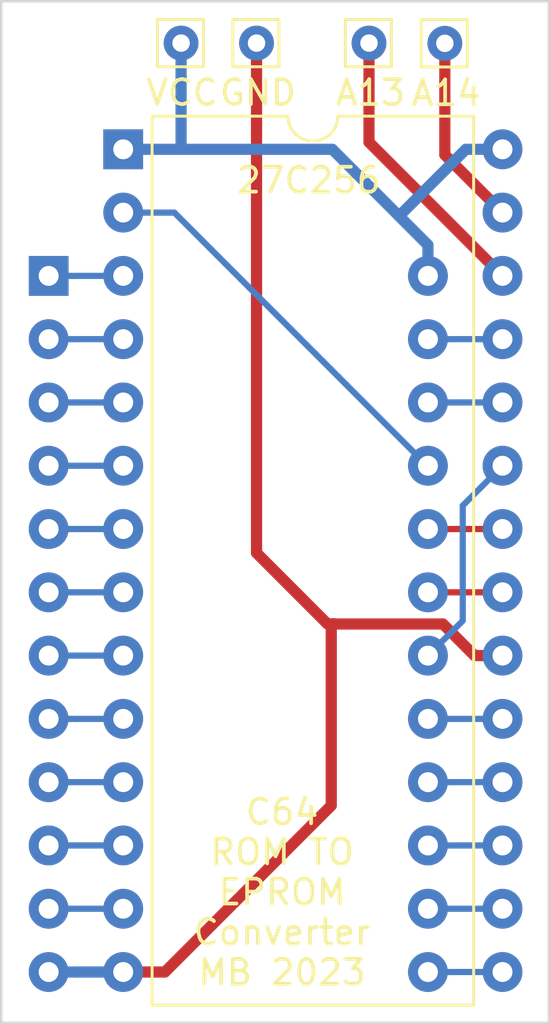
<source format=kicad_pcb>
(kicad_pcb (version 20221018) (generator pcbnew)
  (layers (0 "F.Cu" signal) (31 "B.Cu" signal) (34 "B.Paste" user) (35 "F.Paste" user) (36 "B.SilkS" user "B.Silkscreen") (37 "F.SilkS" user "F.Silkscreen") (38 "B.Mask" user) (39 "F.Mask" user) (44 "Edge.Cuts" user))
  (net 0 "")
  (net 1 "Net-(A13-Pin_1)")
  (net 2 "Net-(GND1-Pin_1)")
  (net 3 "Net-(A14-Pin_1)")
  (net 4 "Net-(S1-A7)")
  (net 5 "Net-(S1-A6)")
  (net 6 "Net-(S1-A5)")
  (net 7 "Net-(S1-A4)")
  (net 8 "Net-(S1-A3)")
  (net 9 "Net-(S1-A2)")
  (net 10 "Net-(S1-A1)")
  (net 11 "Net-(S1-A0)")
  (net 12 "Net-(S1-D0)")
  (net 13 "Net-(S1-D1)")
  (net 14 "Net-(S1-D2)")
  (net 15 "Net-(S1-D3)")
  (net 16 "Net-(S1-D4)")
  (net 17 "Net-(S1-D5)")
  (net 18 "Net-(S1-D6)")
  (net 19 "Net-(S1-D7)")
  (net 20 "Net-(S1-A11)")
  (net 21 "Net-(S1-A10)")
  (net 22 "Net-(S1-~{CE})")
  (net 23 "Net-(S1-A12)")
  (net 24 "Net-(S1-A9)")
  (net 25 "Net-(S1-A8)")
  (net 26 "Net-(S1-VCC)")
  (footprint "Connector_Pin:Pin_D0.7mm_L6.5mm_W1.8mm_FlatFork" (layer "F.Cu") (at 88.3387 37.243)
    (fp_text reference "A14" (at 0.058047 1.991157) (layer "F.SilkS"))
    (fp_text value "A14 S/W" hide)
    (fp_line (start -0.95 -0.95) (end -0.95 0.95) (stroke (width 0.12)) (layer "F.SilkS"))
    (fp_line (start -0.95 0.95) (end 0.9 0.95) (stroke (width 0.12)) (layer "F.SilkS"))
    (fp_line (start 0.9 -0.95) (end -0.95 -0.95) (stroke (width 0.12)) (layer "F.SilkS"))
    (fp_line (start 0.9 -0.9) (end 0.9 -0.95) (stroke (width 0.12)) (layer "F.SilkS"))
    (fp_line (start 0.9 0.95) (end 0.9 -0.9) (stroke (width 0.12)) (layer "F.SilkS"))
    (pad "1" thru_hole circle (at 0 0) (size 1.4 1.4) (drill 0.7) (layers "*.Cu" "*.Mask") (net 3 "Net-(A14-Pin_1)"))
  )
  (footprint "Connector_Pin:Pin_D0.7mm_L6.5mm_W1.8mm_FlatFork" (layer "F.Cu") (at 80.7727 37.2339)
    (fp_text reference "GND1" hide)
    (fp_text value "GND" (at 0.058047 1.991157) (layer "F.SilkS"))
    (fp_line (start -0.95 -0.95) (end -0.95 0.95) (stroke (width 0.12)) (layer "F.SilkS"))
    (fp_line (start -0.95 0.95) (end 0.9 0.95) (stroke (width 0.12)) (layer "F.SilkS"))
    (fp_line (start 0.9 -0.95) (end -0.95 -0.95) (stroke (width 0.12)) (layer "F.SilkS"))
    (fp_line (start 0.9 -0.9) (end 0.9 -0.95) (stroke (width 0.12)) (layer "F.SilkS"))
    (fp_line (start 0.9 0.95) (end 0.9 -0.9) (stroke (width 0.12)) (layer "F.SilkS"))
    (pad "1" thru_hole circle (at 0 0) (size 1.4 1.4) (drill 0.7) (layers "*.Cu" "*.Mask") (net 2 "Net-(GND1-Pin_1)"))
  )
  (footprint "Package_DIP:DIP-24_W15.24mm" (layer "F.Cu") (at 72.4196 46.5778)
    (fp_text reference "S1" hide)
    (fp_text value "8K ROM" hide)
    (pad "1" thru_hole rect (at 0 0) (size 1.6 1.6) (drill 0.8) (layers "*.Cu" "*.Mask") (net 4 "Net-(S1-A7)"))
    (pad "2" thru_hole oval (at 0 2.54) (size 1.6 1.6) (drill 0.8) (layers "*.Cu" "*.Mask") (net 5 "Net-(S1-A6)"))
    (pad "3" thru_hole oval (at 0 5.08) (size 1.6 1.6) (drill 0.8) (layers "*.Cu" "*.Mask") (net 6 "Net-(S1-A5)"))
    (pad "4" thru_hole oval (at 0 7.62) (size 1.6 1.6) (drill 0.8) (layers "*.Cu" "*.Mask") (net 7 "Net-(S1-A4)"))
    (pad "5" thru_hole oval (at 0 10.16) (size 1.6 1.6) (drill 0.8) (layers "*.Cu" "*.Mask") (net 8 "Net-(S1-A3)"))
    (pad "6" thru_hole oval (at 0 12.7) (size 1.6 1.6) (drill 0.8) (layers "*.Cu" "*.Mask") (net 9 "Net-(S1-A2)"))
    (pad "7" thru_hole oval (at 0 15.24) (size 1.6 1.6) (drill 0.8) (layers "*.Cu" "*.Mask") (net 10 "Net-(S1-A1)"))
    (pad "8" thru_hole oval (at 0 17.78) (size 1.6 1.6) (drill 0.8) (layers "*.Cu" "*.Mask") (net 11 "Net-(S1-A0)"))
    (pad "9" thru_hole oval (at 0 20.32) (size 1.6 1.6) (drill 0.8) (layers "*.Cu" "*.Mask") (net 12 "Net-(S1-D0)"))
    (pad "10" thru_hole oval (at 0 22.86) (size 1.6 1.6) (drill 0.8) (layers "*.Cu" "*.Mask") (net 13 "Net-(S1-D1)"))
    (pad "11" thru_hole oval (at 0 25.4) (size 1.6 1.6) (drill 0.8) (layers "*.Cu" "*.Mask") (net 14 "Net-(S1-D2)"))
    (pad "12" thru_hole oval (at 0 27.94) (size 1.6 1.6) (drill 0.8) (layers "*.Cu" "*.Mask") (net 2 "Net-(GND1-Pin_1)"))
    (pad "13" thru_hole oval (at 15.24 27.94) (size 1.6 1.6) (drill 0.8) (layers "*.Cu" "*.Mask") (net 15 "Net-(S1-D3)"))
    (pad "14" thru_hole oval (at 15.24 25.4) (size 1.6 1.6) (drill 0.8) (layers "*.Cu" "*.Mask") (net 16 "Net-(S1-D4)"))
    (pad "15" thru_hole oval (at 15.24 22.86) (size 1.6 1.6) (drill 0.8) (layers "*.Cu" "*.Mask") (net 17 "Net-(S1-D5)"))
    (pad "16" thru_hole oval (at 15.24 20.32) (size 1.6 1.6) (drill 0.8) (layers "*.Cu" "*.Mask") (net 18 "Net-(S1-D6)"))
    (pad "17" thru_hole oval (at 15.24 17.78) (size 1.6 1.6) (drill 0.8) (layers "*.Cu" "*.Mask") (net 19 "Net-(S1-D7)"))
    (pad "18" thru_hole oval (at 15.24 15.24) (size 1.6 1.6) (drill 0.8) (layers "*.Cu" "*.Mask") (net 20 "Net-(S1-A11)"))
    (pad "19" thru_hole oval (at 15.24 12.7) (size 1.6 1.6) (drill 0.8) (layers "*.Cu" "*.Mask") (net 21 "Net-(S1-A10)"))
    (pad "20" thru_hole oval (at 15.24 10.16) (size 1.6 1.6) (drill 0.8) (layers "*.Cu" "*.Mask") (net 22 "Net-(S1-~{CE})"))
    (pad "21" thru_hole oval (at 15.24 7.62) (size 1.6 1.6) (drill 0.8) (layers "*.Cu" "*.Mask") (net 23 "Net-(S1-A12)"))
    (pad "22" thru_hole oval (at 15.24 5.08) (size 1.6 1.6) (drill 0.8) (layers "*.Cu" "*.Mask") (net 24 "Net-(S1-A9)"))
    (pad "23" thru_hole oval (at 15.24 2.54) (size 1.6 1.6) (drill 0.8) (layers "*.Cu" "*.Mask") (net 25 "Net-(S1-A8)"))
    (pad "24" thru_hole oval (at 15.24 0) (size 1.6 1.6) (drill 0.8) (layers "*.Cu" "*.Mask") (net 26 "Net-(S1-VCC)"))
  )
  (footprint "Connector_Pin:Pin_D0.7mm_L6.5mm_W1.8mm_FlatFork" (layer "F.Cu") (at 85.2916 37.2339)
    (fp_text reference "A13" (at 0.058047 1.991157) (layer "F.SilkS"))
    (fp_text value "A13 S/W" hide)
    (fp_line (start -0.95 -0.95) (end -0.95 0.95) (stroke (width 0.12)) (layer "F.SilkS"))
    (fp_line (start -0.95 0.95) (end 0.9 0.95) (stroke (width 0.12)) (layer "F.SilkS"))
    (fp_line (start 0.9 -0.95) (end -0.95 -0.95) (stroke (width 0.12)) (layer "F.SilkS"))
    (fp_line (start 0.9 -0.9) (end 0.9 -0.95) (stroke (width 0.12)) (layer "F.SilkS"))
    (fp_line (start 0.9 0.95) (end 0.9 -0.9) (stroke (width 0.12)) (layer "F.SilkS"))
    (pad "1" thru_hole circle (at 0 0) (size 1.4 1.4) (drill 0.7) (layers "*.Cu" "*.Mask") (net 1 "Net-(A13-Pin_1)"))
  )
  (footprint "Connector_Pin:Pin_D0.7mm_L6.5mm_W1.8mm_FlatFork" (layer "F.Cu") (at 77.7413 37.2339)
    (fp_text reference "VCC1" hide)
    (fp_text value "VCC" (at 0.039618 1.991157) (layer "F.SilkS"))
    (fp_line (start -0.95 -0.95) (end -0.95 0.95) (stroke (width 0.12)) (layer "F.SilkS"))
    (fp_line (start -0.95 0.95) (end 0.9 0.95) (stroke (width 0.12)) (layer "F.SilkS"))
    (fp_line (start 0.9 -0.95) (end -0.95 -0.95) (stroke (width 0.12)) (layer "F.SilkS"))
    (fp_line (start 0.9 -0.9) (end 0.9 -0.95) (stroke (width 0.12)) (layer "F.SilkS"))
    (fp_line (start 0.9 0.95) (end 0.9 -0.9) (stroke (width 0.12)) (layer "F.SilkS"))
    (pad "1" thru_hole circle (at 0 0) (size 1.4 1.4) (drill 0.7) (layers "*.Cu" "*.Mask") (net 26 "Net-(S1-VCC)"))
  )
  (footprint "Package_DIP:DIP-28_W15.24mm" (layer "F.Cu") (at 75.4159 41.4969)
    (fp_text reference "U1" hide)
    (fp_text value "27C256" (at 7.455902 1.244273) (layer "F.SilkS"))
    (fp_line (start 1.16 -1.33) (end 1.16 34.35) (stroke (width 0.12)) (layer "F.SilkS"))
    (fp_line (start 1.16 34.35) (end 14.08 34.35) (stroke (width 0.12)) (layer "F.SilkS"))
    (fp_line (start 6.62 -1.33) (end 1.16 -1.33) (stroke (width 0.12)) (layer "F.SilkS"))
    (fp_line (start 14.08 -1.33) (end 8.62 -1.33) (stroke (width 0.12)) (layer "F.SilkS"))
    (fp_line (start 14.08 34.35) (end 14.08 -1.33) (stroke (width 0.12)) (layer "F.SilkS"))
    (fp_arc (start 8.62 -1.33) (mid 7.62 -0.33) (end 6.62 -1.33) (stroke (width 0.12)) (layer "F.SilkS"))
    (pad "1" thru_hole rect (at 0 0) (size 1.6 1.6) (drill 0.8) (layers "*.Cu" "*.Mask") (net 26 "Net-(S1-VCC)"))
    (pad "2" thru_hole oval (at 0 2.54) (size 1.6 1.6) (drill 0.8) (layers "*.Cu" "*.Mask") (net 23 "Net-(S1-A12)"))
    (pad "3" thru_hole oval (at 0 5.08) (size 1.6 1.6) (drill 0.8) (layers "*.Cu" "*.Mask") (net 4 "Net-(S1-A7)"))
    (pad "4" thru_hole oval (at 0 7.62) (size 1.6 1.6) (drill 0.8) (layers "*.Cu" "*.Mask") (net 5 "Net-(S1-A6)"))
    (pad "5" thru_hole oval (at 0 10.16) (size 1.6 1.6) (drill 0.8) (layers "*.Cu" "*.Mask") (net 6 "Net-(S1-A5)"))
    (pad "6" thru_hole oval (at 0 12.7) (size 1.6 1.6) (drill 0.8) (layers "*.Cu" "*.Mask") (net 7 "Net-(S1-A4)"))
    (pad "7" thru_hole oval (at 0 15.24) (size 1.6 1.6) (drill 0.8) (layers "*.Cu" "*.Mask") (net 8 "Net-(S1-A3)"))
    (pad "8" thru_hole oval (at 0 17.78) (size 1.6 1.6) (drill 0.8) (layers "*.Cu" "*.Mask") (net 9 "Net-(S1-A2)"))
    (pad "9" thru_hole oval (at 0 20.32) (size 1.6 1.6) (drill 0.8) (layers "*.Cu" "*.Mask") (net 10 "Net-(S1-A1)"))
    (pad "10" thru_hole oval (at 0 22.86) (size 1.6 1.6) (drill 0.8) (layers "*.Cu" "*.Mask") (net 11 "Net-(S1-A0)"))
    (pad "11" thru_hole oval (at 0 25.4) (size 1.6 1.6) (drill 0.8) (layers "*.Cu" "*.Mask") (net 12 "Net-(S1-D0)"))
    (pad "12" thru_hole oval (at 0 27.94) (size 1.6 1.6) (drill 0.8) (layers "*.Cu" "*.Mask") (net 13 "Net-(S1-D1)"))
    (pad "13" thru_hole oval (at 0 30.48) (size 1.6 1.6) (drill 0.8) (layers "*.Cu" "*.Mask") (net 14 "Net-(S1-D2)"))
    (pad "14" thru_hole oval (at 0 33.02) (size 1.6 1.6) (drill 0.8) (layers "*.Cu" "*.Mask") (net 2 "Net-(GND1-Pin_1)"))
    (pad "15" thru_hole oval (at 15.24 33.02) (size 1.6 1.6) (drill 0.8) (layers "*.Cu" "*.Mask") (net 15 "Net-(S1-D3)"))
    (pad "16" thru_hole oval (at 15.24 30.48) (size 1.6 1.6) (drill 0.8) (layers "*.Cu" "*.Mask") (net 16 "Net-(S1-D4)"))
    (pad "17" thru_hole oval (at 15.24 27.94) (size 1.6 1.6) (drill 0.8) (layers "*.Cu" "*.Mask") (net 17 "Net-(S1-D5)"))
    (pad "18" thru_hole oval (at 15.24 25.4) (size 1.6 1.6) (drill 0.8) (layers "*.Cu" "*.Mask") (net 18 "Net-(S1-D6)"))
    (pad "19" thru_hole oval (at 15.24 22.86) (size 1.6 1.6) (drill 0.8) (layers "*.Cu" "*.Mask") (net 19 "Net-(S1-D7)"))
    (pad "20" thru_hole oval (at 15.24 20.32) (size 1.6 1.6) (drill 0.8) (layers "*.Cu" "*.Mask") (net 2 "Net-(GND1-Pin_1)"))
    (pad "21" thru_hole oval (at 15.24 17.78) (size 1.6 1.6) (drill 0.8) (layers "*.Cu" "*.Mask") (net 21 "Net-(S1-A10)"))
    (pad "22" thru_hole oval (at 15.24 15.24) (size 1.6 1.6) (drill 0.8) (layers "*.Cu" "*.Mask") (net 22 "Net-(S1-~{CE})"))
    (pad "23" thru_hole oval (at 15.24 12.7) (size 1.6 1.6) (drill 0.8) (layers "*.Cu" "*.Mask") (net 20 "Net-(S1-A11)"))
    (pad "24" thru_hole oval (at 15.24 10.16) (size 1.6 1.6) (drill 0.8) (layers "*.Cu" "*.Mask") (net 24 "Net-(S1-A9)"))
    (pad "25" thru_hole oval (at 15.24 7.62) (size 1.6 1.6) (drill 0.8) (layers "*.Cu" "*.Mask") (net 25 "Net-(S1-A8)"))
    (pad "26" thru_hole oval (at 15.24 5.08) (size 1.6 1.6) (drill 0.8) (layers "*.Cu" "*.Mask") (net 1 "Net-(A13-Pin_1)"))
    (pad "27" thru_hole oval (at 15.24 2.54) (size 1.6 1.6) (drill 0.8) (layers "*.Cu" "*.Mask") (net 3 "Net-(A14-Pin_1)"))
    (pad "28" thru_hole oval (at 15.24 0) (size 1.6 1.6) (drill 0.8) (layers "*.Cu" "*.Mask") (net 26 "Net-(S1-VCC)"))
  )
  (gr_rect (start 70.515485 35.554357) (end 92.515485 76.554357) (stroke (width 0.1)) (fill none) (layer "Edge.Cuts"))
  (gr_text "C64\nROM TO\nEPROM\nConverter\nMB 2023" (at 81.798099 75.118313) (layer "F.SilkS") (effects (font (size 1 1)) (justify bottom)))
  (segment (start 90.6559 46.5769) (end 85.2916 41.2126) (width 0.45) (layer "F.Cu") (net 1))
  (segment (start 85.2916 41.2126) (end 85.2916 37.2339) (width 0.45) (layer "F.Cu") (net 1))
  (segment (start 83.913296 60.542804) (end 83.832562 60.542804) (width 0.45) (layer "F.Cu") (net 2))
  (segment (start 83.773952 67.836148) (end 77.0932 74.5169) (width 0.45) (layer "F.Cu") (net 2))
  (segment (start 83.749627 60.625739) (end 83.773952 60.650064) (width 0.45) (layer "F.Cu") (net 2))
  (segment (start 83.773952 60.650064) (end 83.773952 67.836148) (width 0.45) (layer "F.Cu") (net 2))
  (segment (start 88.261662 60.549562) (end 83.920054 60.549562) (width 0.45) (layer "F.Cu") (net 2))
  (segment (start 83.618904 60.542804) (end 83.913296 60.542804) (width 0.45) (layer "F.Cu") (net 2))
  (segment (start 80.7727 37.2339) (end 80.7727 57.6966) (width 0.45) (layer "F.Cu") (net 2))
  (segment (start 83.920054 60.549562) (end 83.913296 60.542804) (width 0.45) (layer "F.Cu") (net 2))
  (segment (start 90.6559 61.8169) (end 89.529 61.8169) (width 0.45) (layer "F.Cu") (net 2))
  (segment (start 83.832562 60.542804) (end 83.749627 60.625739) (width 0.45) (layer "F.Cu") (net 2))
  (segment (start 77.0932 74.5169) (end 75.4159 74.5169) (width 0.45) (layer "F.Cu") (net 2))
  (segment (start 80.7727 57.6966) (end 83.618904 60.542804) (width 0.45) (layer "F.Cu") (net 2))
  (segment (start 89.529 61.8169) (end 88.261662 60.549562) (width 0.45) (layer "F.Cu") (net 2))
  (segment (start 75.4159 74.5169) (end 73.5474 74.5169) (width 0.45) (layer "B.Cu") (net 2))
  (segment (start 72.4196 74.5178) (end 73.5465 74.5178) (width 0.45) (layer "B.Cu") (net 2))
  (segment (start 73.5474 74.5169) (end 73.5465 74.5178) (width 0.45) (layer "B.Cu") (net 2))
  (segment (start 90.6559 44.0369) (end 88.3387 41.7197) (width 0.45) (layer "F.Cu") (net 3))
  (segment (start 88.3387 41.7197) (end 88.3387 37.243) (width 0.45) (layer "F.Cu") (net 3))
  (segment (start 75.4159 46.5769) (end 73.5474 46.5769) (width 0.25) (layer "B.Cu") (net 4))
  (segment (start 72.4196 46.5778) (end 73.5465 46.5778) (width 0.25) (layer "B.Cu") (net 4))
  (segment (start 73.5474 46.5769) (end 73.5465 46.5778) (width 0.25) (layer "B.Cu") (net 4))
  (segment (start 72.4196 49.1178) (end 73.5465 49.1178) (width 0.25) (layer "B.Cu") (net 5))
  (segment (start 73.5474 49.1169) (end 73.5465 49.1178) (width 0.25) (layer "B.Cu") (net 5))
  (segment (start 75.4159 49.1169) (end 73.5474 49.1169) (width 0.25) (layer "B.Cu") (net 5))
  (segment (start 75.4159 51.6569) (end 73.5474 51.6569) (width 0.25) (layer "B.Cu") (net 6))
  (segment (start 72.4196 51.6578) (end 73.5465 51.6578) (width 0.25) (layer "B.Cu") (net 6))
  (segment (start 73.5474 51.6569) (end 73.5465 51.6578) (width 0.25) (layer "B.Cu") (net 6))
  (segment (start 72.4196 54.1978) (end 73.5465 54.1978) (width 0.25) (layer "B.Cu") (net 7))
  (segment (start 73.5474 54.1969) (end 73.5465 54.1978) (width 0.25) (layer "B.Cu") (net 7))
  (segment (start 75.4159 54.1969) (end 73.5474 54.1969) (width 0.25) (layer "B.Cu") (net 7))
  (segment (start 75.4159 56.7369) (end 73.5474 56.7369) (width 0.25) (layer "B.Cu") (net 8))
  (segment (start 73.5474 56.7369) (end 73.5465 56.7378) (width 0.25) (layer "B.Cu") (net 8))
  (segment (start 72.4196 56.7378) (end 73.5465 56.7378) (width 0.25) (layer "B.Cu") (net 8))
  (segment (start 75.4159 59.2769) (end 73.5474 59.2769) (width 0.25) (layer "B.Cu") (net 9))
  (segment (start 72.4196 59.2778) (end 73.5465 59.2778) (width 0.25) (layer "B.Cu") (net 9))
  (segment (start 73.5474 59.2769) (end 73.5465 59.2778) (width 0.25) (layer "B.Cu") (net 9))
  (segment (start 73.5474 61.8169) (end 73.5465 61.8178) (width 0.25) (layer "B.Cu") (net 10))
  (segment (start 75.4159 61.8169) (end 73.5474 61.8169) (width 0.25) (layer "B.Cu") (net 10))
  (segment (start 72.4196 61.8178) (end 73.5465 61.8178) (width 0.25) (layer "B.Cu") (net 10))
  (segment (start 72.4196 64.3578) (end 73.5465 64.3578) (width 0.25) (layer "B.Cu") (net 11))
  (segment (start 73.5474 64.3569) (end 73.5465 64.3578) (width 0.25) (layer "B.Cu") (net 11))
  (segment (start 75.4159 64.3569) (end 73.5474 64.3569) (width 0.25) (layer "B.Cu") (net 11))
  (segment (start 73.5474 66.8969) (end 73.5465 66.8978) (width 0.25) (layer "B.Cu") (net 12))
  (segment (start 72.4196 66.8978) (end 73.5465 66.8978) (width 0.25) (layer "B.Cu") (net 12))
  (segment (start 75.4159 66.8969) (end 73.5474 66.8969) (width 0.25) (layer "B.Cu") (net 12))
  (segment (start 75.4159 69.4369) (end 73.5474 69.4369) (width 0.25) (layer "B.Cu") (net 13))
  (segment (start 72.4196 69.4378) (end 73.5465 69.4378) (width 0.25) (layer "B.Cu") (net 13))
  (segment (start 73.5474 69.4369) (end 73.5465 69.4378) (width 0.25) (layer "B.Cu") (net 13))
  (segment (start 73.5474 71.9769) (end 73.5465 71.9778) (width 0.25) (layer "B.Cu") (net 14))
  (segment (start 75.4159 71.9769) (end 73.5474 71.9769) (width 0.25) (layer "B.Cu") (net 14))
  (segment (start 72.4196 71.9778) (end 73.5465 71.9778) (width 0.25) (layer "B.Cu") (net 14))
  (segment (start 90.6559 74.5169) (end 88.7874 74.5169) (width 0.25) (layer "B.Cu") (net 15))
  (segment (start 88.7874 74.5169) (end 88.7865 74.5178) (width 0.25) (layer "B.Cu") (net 15))
  (segment (start 87.6596 74.5178) (end 88.7865 74.5178) (width 0.25) (layer "B.Cu") (net 15))
  (segment (start 87.6596 71.9778) (end 88.7865 71.9778) (width 0.25) (layer "B.Cu") (net 16))
  (segment (start 90.6559 71.9769) (end 88.7874 71.9769) (width 0.25) (layer "B.Cu") (net 16))
  (segment (start 88.7874 71.9769) (end 88.7865 71.9778) (width 0.25) (layer "B.Cu") (net 16))
  (segment (start 90.6559 69.4369) (end 88.7874 69.4369) (width 0.25) (layer "B.Cu") (net 17))
  (segment (start 88.7874 69.4369) (end 88.7865 69.4378) (width 0.25) (layer "B.Cu") (net 17))
  (segment (start 87.6596 69.4378) (end 88.7865 69.4378) (width 0.25) (layer "B.Cu") (net 17))
  (segment (start 87.6596 66.8978) (end 88.7865 66.8978) (width 0.25) (layer "B.Cu") (net 18))
  (segment (start 88.7874 66.8969) (end 88.7865 66.8978) (width 0.25) (layer "B.Cu") (net 18))
  (segment (start 90.6559 66.8969) (end 88.7874 66.8969) (width 0.25) (layer "B.Cu") (net 18))
  (segment (start 87.6596 64.3578) (end 88.7865 64.3578) (width 0.25) (layer "B.Cu") (net 19))
  (segment (start 88.7874 64.3569) (end 88.7865 64.3578) (width 0.25) (layer "B.Cu") (net 19))
  (segment (start 90.6559 64.3569) (end 88.7874 64.3569) (width 0.25) (layer "B.Cu") (net 19))
  (segment (start 89.058009 55.794791) (end 89.058009 60.419391) (width 0.25) (layer "B.Cu") (net 20))
  (segment (start 89.058009 60.419391) (end 87.6596 61.8178) (width 0.25) (layer "B.Cu") (net 20))
  (segment (start 90.6559 54.1969) (end 89.058009 55.794791) (width 0.25) (layer "B.Cu") (net 20))
  (segment (start 90.6559 59.2769) (end 88.7874 59.2769) (width 0.25) (layer "F.Cu") (net 21))
  (segment (start 87.6596 59.2778) (end 88.7865 59.2778) (width 0.25) (layer "F.Cu") (net 21))
  (segment (start 88.7874 59.2769) (end 88.7865 59.2778) (width 0.25) (layer "F.Cu") (net 21))
  (segment (start 90.6559 56.7369) (end 88.7874 56.7369) (width 0.25) (layer "F.Cu") (net 22))
  (segment (start 88.7874 56.7369) (end 88.7865 56.7378) (width 0.25) (layer "F.Cu") (net 22))
  (segment (start 87.6596 56.7378) (end 88.7865 56.7378) (width 0.25) (layer "F.Cu") (net 22))
  (segment (start 87.632685 54.1978) (end 87.6596 54.1978) (width 0.25) (layer "B.Cu") (net 23))
  (segment (start 77.471785 44.0369) (end 87.632685 54.1978) (width 0.25) (layer "B.Cu") (net 23))
  (segment (start 75.4159 44.0369) (end 77.471785 44.0369) (width 0.25) (layer "B.Cu") (net 23))
  (segment (start 88.7874 51.6569) (end 88.7865 51.6578) (width 0.25) (layer "B.Cu") (net 24))
  (segment (start 87.6596 51.6578) (end 88.7865 51.6578) (width 0.25) (layer "B.Cu") (net 24))
  (segment (start 90.6559 51.6569) (end 88.7874 51.6569) (width 0.25) (layer "B.Cu") (net 24))
  (segment (start 88.7874 49.1169) (end 88.7865 49.1178) (width 0.25) (layer "B.Cu") (net 25))
  (segment (start 90.6559 49.1169) (end 88.7874 49.1169) (width 0.25) (layer "B.Cu") (net 25))
  (segment (start 87.6596 49.1178) (end 88.7865 49.1178) (width 0.25) (layer "B.Cu") (net 25))
  (segment (start 87.6596 45.3384) (end 87.6596 46.5778) (width 0.45) (layer "B.Cu") (net 26))
  (segment (start 87.6596 45.3384) (end 83.8181 41.4969) (width 0.45) (layer "B.Cu") (net 26))
  (segment (start 86.500135 44.178935) (end 87.6596 45.3384) (width 0.45) (layer "B.Cu") (net 26))
  (segment (start 83.8181 41.4969) (end 77.7413 41.4969) (width 0.45) (layer "B.Cu") (net 26))
  (segment (start 90.6559 41.4969) (end 89.18217 41.4969) (width 0.45) (layer "B.Cu") (net 26))
  (segment (start 77.7413 41.4969) (end 77.7413 37.2339) (width 0.45) (layer "B.Cu") (net 26))
  (segment (start 77.7413 41.4969) (end 75.4159 41.4969) (width 0.45) (layer "B.Cu") (net 26))
  (segment (start 89.18217 41.4969) (end 86.500135 44.178935) (width 0.45) (layer "B.Cu") (net 26))
)
</source>
